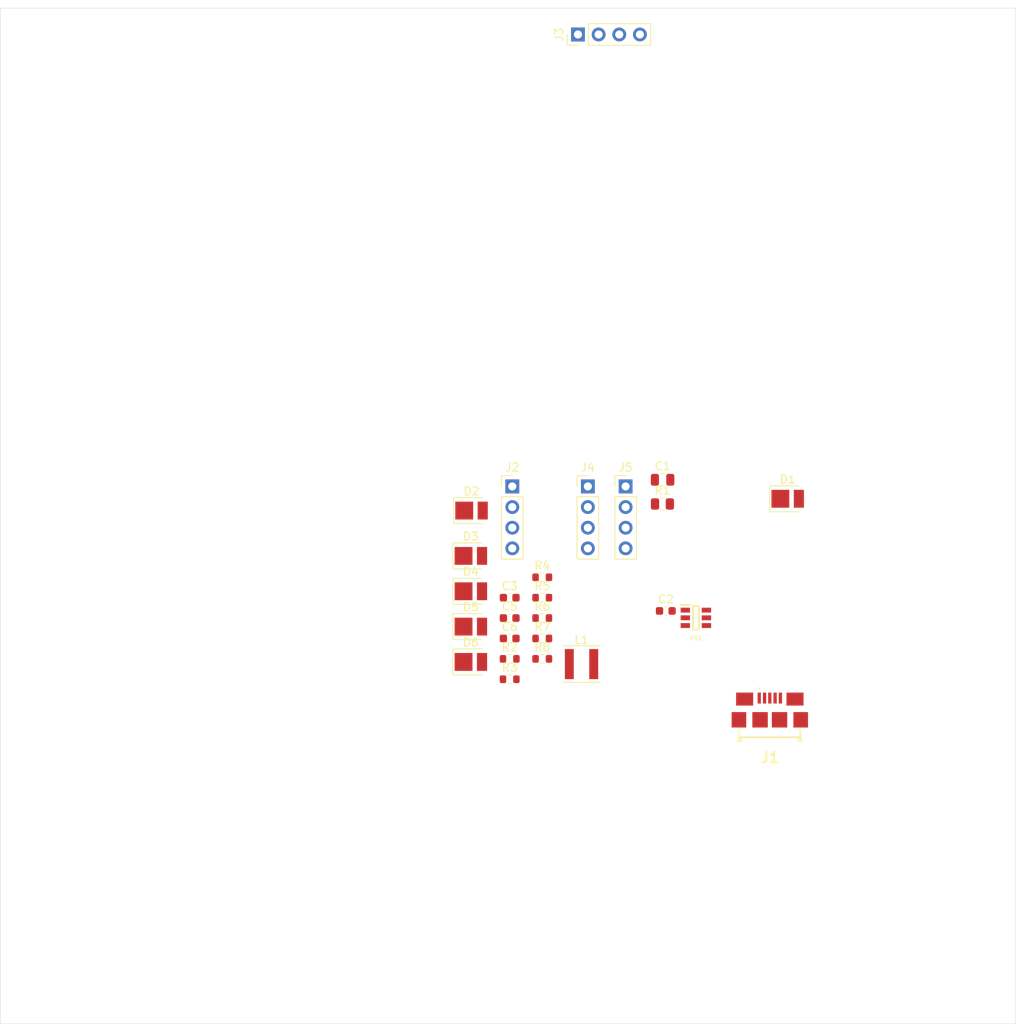
<source format=kicad_pcb>
(kicad_pcb (version 20240108) (generator "pcbnew") (generator_version "8.0")
  (layers (0 "F.Cu" signal) (31 "B.Cu" signal) (34 "B.Paste" user) (35 "F.Paste" user) (36 "B.SilkS" user "B.Silkscreen") (37 "F.SilkS" user "F.Silkscreen") (38 "B.Mask" user) (39 "F.Mask" user) (44 "Edge.Cuts" user))
  (net 0 "")
  (net 1 "+5V")
  (net 2 "GND")
  (net 3 "/+3.5V")
  (net 4 "/FB")
  (net 5 "/SW")
  (net 6 "/BST")
  (net 7 "Net-(D1-K)")
  (net 8 "Net-(D2-K)")
  (net 9 "Net-(D3-K)")
  (net 10 "Net-(D4-K)")
  (net 11 "Net-(D5-K)")
  (net 12 "Net-(D6-K)")
  (footprint "Capacitor_SMD:C_0603_1608Metric" (layer "F.Cu") (at 82.545 94.15)
    (property "Reference" "C5" (at 0 -1.43 0) (layer "F.SilkS"))
    (property "Value" "50pF")
    (fp_line (start -0.14058 -0.51) (end 0.14058 -0.51) (stroke (width 0.12)) (layer "F.SilkS"))
    (fp_line (start -0.14058 0.51) (end 0.14058 0.51) (stroke (width 0.12)) (layer "F.SilkS"))
    (pad "1" smd roundrect (at -0.775 0) (size 0.9 0.95) (layers "F.Cu" "F.Paste" "F.Mask") (net 4 "/FB"))
    (pad "2" smd roundrect (at 0.775 0) (size 0.9 0.95) (layers "F.Cu" "F.Paste" "F.Mask") (net 3 "/+3.5V"))
  )
  (footprint "Connector_PinHeader_2.54mm:PinHeader_1x04_P2.54mm_Vertical" (layer "F.Cu") (at 90.95 22.33 90)
    (property "Reference" "J3" (at 0 -2.33 90) (layer "F.SilkS"))
    (property "Value" "2.54-1*4P")
    (fp_line (start -1.33 -1.33) (end 0 -1.33) (stroke (width 0.12)) (layer "F.SilkS"))
    (fp_line (start -1.33 0) (end -1.33 -1.33) (stroke (width 0.12)) (layer "F.SilkS"))
    (fp_line (start 1.33 1.27) (end 1.33 8.95) (stroke (width 0.12)) (layer "F.SilkS"))
    (fp_line (start -1.33 1.27) (end 1.33 1.27) (stroke (width 0.12)) (layer "F.SilkS"))
    (fp_line (start -1.33 1.27) (end -1.33 8.95) (stroke (width 0.12)) (layer "F.SilkS"))
    (fp_line (start -1.33 8.95) (end 1.33 8.95) (stroke (width 0.12)) (layer "F.SilkS"))
    (pad "1" thru_hole rect (at 0 0 90) (size 1.7 1.7) (drill 1) (layers "*.Cu" "*.Mask") (net 3 "/+3.5V"))
    (pad "2" thru_hole oval (at 0 2.54 90) (size 1.7 1.7) (drill 1) (layers "*.Cu" "*.Mask") (net 3 "/+3.5V"))
    (pad "3" thru_hole oval (at 0 5.08 90) (size 1.7 1.7) (drill 1) (layers "*.Cu" "*.Mask") (net 2 "GND"))
    (pad "4" thru_hole oval (at 0 7.62 90) (size 1.7 1.7) (drill 1) (layers "*.Cu" "*.Mask") (net 2 "GND"))
  )
  (footprint "Capacitor_SMD:C_0805_2012Metric" (layer "F.Cu") (at 101.365 77.13)
    (property "Reference" "C1" (at 0 -1.68 0) (layer "F.SilkS"))
    (property "Value" "10uF")
    (fp_line (start -0.261252 -0.735) (end 0.261252 -0.735) (stroke (width 0.12)) (layer "F.SilkS"))
    (fp_line (start -0.261252 0.735) (end 0.261252 0.735) (stroke (width 0.12)) (layer "F.SilkS"))
    (pad "1" smd roundrect (at -0.95 0) (size 1 1.45) (layers "F.Cu" "F.Paste" "F.Mask") (net 1 "+5V"))
    (pad "2" smd roundrect (at 0.95 0) (size 1 1.45) (layers "F.Cu" "F.Paste" "F.Mask") (net 2 "GND"))
  )
  (footprint "LED_SMD:LED_PLCC_2835" (layer "F.Cu") (at 77.85 80.92)
    (property "Reference" "D2" (at 0 -2.4 0) (layer "F.SilkS"))
    (property "Value" "XL-2835UVA-02")
    (fp_line (start -2.2 -1.6) (end -2.2 1.6) (stroke (width 0.12)) (layer "F.SilkS"))
    (fp_line (start 1.4 -1.6) (end -2.2 -1.6) (stroke (width 0.12)) (layer "F.SilkS"))
    (fp_line (start 1.4 1.6) (end -2.2 1.6) (stroke (width 0.12)) (layer "F.SilkS"))
    (pad "1" smd rect (at -0.9 0) (size 2.2 2.2) (layers "F.Cu" "F.Paste" "F.Mask") (net 8 "Net-(D2-K)"))
    (pad "2" smd rect (at 1.375 0) (size 1.25 2.2) (layers "F.Cu" "F.Paste" "F.Mask") (net 3 "/+3.5V"))
  )
  (footprint "Resistor_SMD:R_0603_1608Metric" (layer "F.Cu") (at 82.545 101.68)
    (property "Reference" "R3" (at 0 -1.43 0) (layer "F.SilkS"))
    (property "Value" "3.3R")
    (fp_line (start -0.237258 -0.5225) (end 0.237258 -0.5225) (stroke (width 0.12)) (layer "F.SilkS"))
    (fp_line (start -0.237258 0.5225) (end 0.237258 0.5225) (stroke (width 0.12)) (layer "F.SilkS"))
    (pad "1" smd roundrect (at -0.825 0) (size 0.8 0.95) (layers "F.Cu" "F.Paste" "F.Mask") (net 7 "Net-(D1-K)"))
    (pad "2" smd roundrect (at 0.825 0) (size 0.8 0.95) (layers "F.Cu" "F.Paste" "F.Mask") (net 2 "GND"))
  )
  (footprint "Resistor_SMD:R_0603_1608Metric" (layer "F.Cu") (at 86.555 91.64)
    (property "Reference" "R5" (at 0 -1.43 0) (layer "F.SilkS"))
    (property "Value" "3.3R")
    (fp_line (start -0.237258 -0.5225) (end 0.237258 -0.5225) (stroke (width 0.12)) (layer "F.SilkS"))
    (fp_line (start -0.237258 0.5225) (end 0.237258 0.5225) (stroke (width 0.12)) (layer "F.SilkS"))
    (pad "1" smd roundrect (at -0.825 0) (size 0.8 0.95) (layers "F.Cu" "F.Paste" "F.Mask") (net 9 "Net-(D3-K)"))
    (pad "2" smd roundrect (at 0.825 0) (size 0.8 0.95) (layers "F.Cu" "F.Paste" "F.Mask") (net 2 "GND"))
  )
  (footprint "Resistor_SMD:R_0603_1608Metric" (layer "F.Cu") (at 86.555 99.17)
    (property "Reference" "R8" (at 0 -1.43 0) (layer "F.SilkS"))
    (property "Value" "3.3R")
    (fp_line (start -0.237258 -0.5225) (end 0.237258 -0.5225) (stroke (width 0.12)) (layer "F.SilkS"))
    (fp_line (start -0.237258 0.5225) (end 0.237258 0.5225) (stroke (width 0.12)) (layer "F.SilkS"))
    (pad "1" smd roundrect (at -0.825 0) (size 0.8 0.95) (layers "F.Cu" "F.Paste" "F.Mask") (net 12 "Net-(D6-K)"))
    (pad "2" smd roundrect (at 0.825 0) (size 0.8 0.95) (layers "F.Cu" "F.Paste" "F.Mask") (net 2 "GND"))
  )
  (footprint "lib:101181920001LF" (layer "F.Cu") (at 114.56 106.33)
    (property "Reference" "J1" (at 0 5 0) (layer "F.SilkS") (effects (font (size 1.27 1.27) (thickness 0.254))))
    (property "Value" "10118192-0001LF" (hide yes))
    (fp_line (start -3.93 3) (end -3.6 3.01) (stroke (width 0.2)) (layer "F.SilkS"))
    (fp_line (start -3.75 1.6) (end -3.75 2.49) (stroke (width 0.2)) (layer "F.SilkS"))
    (fp_line (start -3.75 2.49) (end -3.93 3) (stroke (width 0.2)) (layer "F.SilkS"))
    (fp_line (start -3.75 2.49) (end 3.75 2.49) (stroke (width 0.2)) (layer "F.SilkS"))
    (fp_line (start -3.6 3.01) (end -3.4 2.49) (stroke (width 0.2)) (layer "F.SilkS"))
    (fp_line (start -1.3 -3.6) (end -1.3 -3.6) (stroke (width 0.1)) (layer "F.SilkS"))
    (fp_line (start -1.3 -3.5) (end -1.3 -3.5) (stroke (width 0.1)) (layer "F.SilkS"))
    (fp_line (start 3.6 3.01) (end 3.4 2.49) (stroke (width 0.2)) (layer "F.SilkS"))
    (fp_line (start 3.75 2.49) (end 3.75 1.6) (stroke (width 0.2)) (layer "F.SilkS"))
    (fp_line (start 3.75 2.49) (end 3.93 3.01) (stroke (width 0.2)) (layer "F.SilkS"))
    (fp_line (start 3.93 3.01) (end 3.6 3.01) (stroke (width 0.2)) (layer "F.SilkS"))
    (fp_arc (start -1.3 -3.6) (mid -1.25 -3.55) (end -1.3 -3.5) (stroke (width 0.1)) (layer "F.SilkS"))
    (fp_arc (start -1.3 -3.5) (mid -1.35 -3.55) (end -1.3 -3.6) (stroke (width 0.1)) (layer "F.SilkS"))
    (pad "1" smd rect (at -1.3 -2.335) (size 0.4 1.35) (layers "F.Cu" "F.Paste" "F.Mask") (net 2 "GND"))
    (pad "2" smd rect (at -0.65 -2.335) (size 0.4 1.35) (layers "F.Cu" "F.Paste" "F.Mask"))
    (pad "3" smd rect (at 0 -2.335) (size 0.4 1.35) (layers "F.Cu" "F.Paste" "F.Mask"))
    (pad "4" smd rect (at 0.65 -2.335) (size 0.4 1.35) (layers "F.Cu" "F.Paste" "F.Mask"))
    (pad "5" smd rect (at 1.3 -2.335) (size 0.4 1.35) (layers "F.Cu" "F.Paste" "F.Mask") (net 1 "+5V"))
    (pad "MP1" smd rect (at -3.1 -2.21 90) (size 1.6 2.1) (layers "F.Cu" "F.Paste" "F.Mask") (net 2 "GND"))
    (pad "MP2" smd rect (at 3.1 -2.21 90) (size 1.6 2.1) (layers "F.Cu" "F.Paste" "F.Mask"))
    (pad "MP3" smd rect (at -3.8 0.34) (size 1.8 1.9) (layers "F.Cu" "F.Paste" "F.Mask"))
    (pad "MP4" smd rect (at -1.2 0.34) (size 1.9 1.9) (layers "F.Cu" "F.Paste" "F.Mask"))
    (pad "MP5" smd rect (at 1.2 0.34) (size 1.9 1.9) (layers "F.Cu" "F.Paste" "F.Mask"))
    (pad "MP6" smd rect (at 3.8 0.34) (size 1.8 1.9) (layers "F.Cu" "F.Paste" "F.Mask"))
  )
  (footprint "LED_SMD:LED_PLCC_2835" (layer "F.Cu") (at 77.765 99.55)
    (property "Reference" "D6" (at 0 -2.4 0) (layer "F.SilkS"))
    (property "Value" "XL-2835UVA-02")
    (fp_line (start -2.2 -1.6) (end -2.2 1.6) (stroke (width 0.12)) (layer "F.SilkS"))
    (fp_line (start 1.4 -1.6) (end -2.2 -1.6) (stroke (width 0.12)) (layer "F.SilkS"))
    (fp_line (start 1.4 1.6) (end -2.2 1.6) (stroke (width 0.12)) (layer "F.SilkS"))
    (pad "1" smd rect (at -0.9 0) (size 2.2 2.2) (layers "F.Cu" "F.Paste" "F.Mask") (net 12 "Net-(D6-K)"))
    (pad "2" smd rect (at 1.375 0) (size 1.25 2.2) (layers "F.Cu" "F.Paste" "F.Mask") (net 3 "/+3.5V"))
  )
  (footprint "Resistor_SMD:R_0603_1608Metric" (layer "F.Cu") (at 86.555 94.15)
    (property "Reference" "R6" (at 0 -1.43 0) (layer "F.SilkS"))
    (property "Value" "3.3R")
    (fp_line (start -0.237258 -0.5225) (end 0.237258 -0.5225) (stroke (width 0.12)) (layer "F.SilkS"))
    (fp_line (start -0.237258 0.5225) (end 0.237258 0.5225) (stroke (width 0.12)) (layer "F.SilkS"))
    (pad "1" smd roundrect (at -0.825 0) (size 0.8 0.95) (layers "F.Cu" "F.Paste" "F.Mask") (net 10 "Net-(D4-K)"))
    (pad "2" smd roundrect (at 0.825 0) (size 0.8 0.95) (layers "F.Cu" "F.Paste" "F.Mask") (net 2 "GND"))
  )
  (footprint "LED_SMD:LED_PLCC_2835" (layer "F.Cu") (at 77.765 86.5)
    (property "Reference" "D3" (at 0 -2.4 0) (layer "F.SilkS"))
    (property "Value" "XL-2835UVA-02")
    (fp_line (start -2.2 -1.6) (end -2.2 1.6) (stroke (width 0.12)) (layer "F.SilkS"))
    (fp_line (start 1.4 -1.6) (end -2.2 -1.6) (stroke (width 0.12)) (layer "F.SilkS"))
    (fp_line (start 1.4 1.6) (end -2.2 1.6) (stroke (width 0.12)) (layer "F.SilkS"))
    (pad "1" smd rect (at -0.9 0) (size 2.2 2.2) (layers "F.Cu" "F.Paste" "F.Mask") (net 9 "Net-(D3-K)"))
    (pad "2" smd rect (at 1.375 0) (size 1.25 2.2) (layers "F.Cu" "F.Paste" "F.Mask") (net 3 "/+3.5V"))
  )
  (footprint "Capacitor_SMD:C_0603_1608Metric" (layer "F.Cu") (at 101.76 93.27)
    (property "Reference" "C2" (at 0 -1.43 0) (layer "F.SilkS"))
    (property "Value" "22uF")
    (fp_line (start -0.14058 -0.51) (end 0.14058 -0.51) (stroke (width 0.12)) (layer "F.SilkS"))
    (fp_line (start -0.14058 0.51) (end 0.14058 0.51) (stroke (width 0.12)) (layer "F.SilkS"))
    (pad "1" smd roundrect (at -0.775 0) (size 0.9 0.95) (layers "F.Cu" "F.Paste" "F.Mask") (net 2 "GND"))
    (pad "2" smd roundrect (at 0.775 0) (size 0.9 0.95) (layers "F.Cu" "F.Paste" "F.Mask") (net 3 "/+3.5V"))
  )
  (footprint "Resistor_SMD:R_0603_1608Metric" (layer "F.Cu") (at 86.555 89.13)
    (property "Reference" "R4" (at 0 -1.43 0) (layer "F.SilkS"))
    (property "Value" "3.3R")
    (fp_line (start -0.237258 -0.5225) (end 0.237258 -0.5225) (stroke (width 0.12)) (layer "F.SilkS"))
    (fp_line (start -0.237258 0.5225) (end 0.237258 0.5225) (stroke (width 0.12)) (layer "F.SilkS"))
    (pad "1" smd roundrect (at -0.825 0) (size 0.8 0.95) (layers "F.Cu" "F.Paste" "F.Mask") (net 8 "Net-(D2-K)"))
    (pad "2" smd roundrect (at 0.825 0) (size 0.8 0.95) (layers "F.Cu" "F.Paste" "F.Mask") (net 2 "GND"))
  )
  (footprint "Capacitor_SMD:C_0603_1608Metric" (layer "F.Cu") (at 82.545 96.66)
    (property "Reference" "C6" (at 0 -1.43 0) (layer "F.SilkS"))
    (property "Value" "330nF")
    (fp_line (start -0.14058 -0.51) (end 0.14058 -0.51) (stroke (width 0.12)) (layer "F.SilkS"))
    (fp_line (start -0.14058 0.51) (end 0.14058 0.51) (stroke (width 0.12)) (layer "F.SilkS"))
    (pad "1" smd roundrect (at -0.775 0) (size 0.9 0.95) (layers "F.Cu" "F.Paste" "F.Mask") (net 5 "/SW"))
    (pad "2" smd roundrect (at 0.775 0) (size 0.9 0.95) (layers "F.Cu" "F.Paste" "F.Mask") (net 6 "/BST"))
  )
  (footprint "Resistor_SMD:R_0603_1608Metric" (layer "F.Cu") (at 86.555 96.66)
    (property "Reference" "R7" (at 0 -1.43 0) (layer "F.SilkS"))
    (property "Value" "3.3R")
    (fp_line (start -0.237258 -0.5225) (end 0.237258 -0.5225) (stroke (width 0.12)) (layer "F.SilkS"))
    (fp_line (start -0.237258 0.5225) (end 0.237258 0.5225) (stroke (width 0.12)) (layer "F.SilkS"))
    (pad "1" smd roundrect (at -0.825 0) (size 0.8 0.95) (layers "F.Cu" "F.Paste" "F.Mask") (net 11 "Net-(D5-K)"))
    (pad "2" smd roundrect (at 0.825 0) (size 0.8 0.95) (layers "F.Cu" "F.Paste" "F.Mask") (net 2 "GND"))
  )
  (footprint "LED_SMD:LED_PLCC_2835" (layer "F.Cu") (at 77.765 95.2)
    (property "Reference" "D5" (at 0 -2.4 0) (layer "F.SilkS"))
    (property "Value" "XL-2835UVA-02")
    (fp_line (start -2.2 -1.6) (end -2.2 1.6) (stroke (width 0.12)) (layer "F.SilkS"))
    (fp_line (start 1.4 -1.6) (end -2.2 -1.6) (stroke (width 0.12)) (layer "F.SilkS"))
    (fp_line (start 1.4 1.6) (end -2.2 1.6) (stroke (width 0.12)) (layer "F.SilkS"))
    (pad "1" smd rect (at -0.9 0) (size 2.2 2.2) (layers "F.Cu" "F.Paste" "F.Mask") (net 11 "Net-(D5-K)"))
    (pad "2" smd rect (at 1.375 0) (size 1.25 2.2) (layers "F.Cu" "F.Paste" "F.Mask") (net 3 "/+3.5V"))
  )
  (footprint "Connector_PinHeader_2.54mm:PinHeader_1x04_P2.54mm_Vertical" (layer "F.Cu") (at 92.165 77.95)
    (property "Reference" "J4" (at 0 -2.33 0) (layer "F.SilkS"))
    (property "Value" "2.54-1*4P")
    (fp_line (start -1.33 -1.33) (end 0 -1.33) (stroke (width 0.12)) (layer "F.SilkS"))
    (fp_line (start -1.33 0) (end -1.33 -1.33) (stroke (width 0.12)) (layer "F.SilkS"))
    (fp_line (start -1.33 1.27) (end -1.33 8.95) (stroke (width 0.12)) (layer "F.SilkS"))
    (fp_line (start -1.33 1.27) (end 1.33 1.27) (stroke (width 0.12)) (layer "F.SilkS"))
    (fp_line (start -1.33 8.95) (end 1.33 8.95) (stroke (width 0.12)) (layer "F.SilkS"))
    (fp_line (start 1.33 1.27) (end 1.33 8.95) (stroke (width 0.12)) (layer "F.SilkS"))
    (pad "1" thru_hole rect (at 0 0) (size 1.7 1.7) (drill 1) (layers "*.Cu" "*.Mask") (net 3 "/+3.5V"))
    (pad "2" thru_hole oval (at 0 2.54) (size 1.7 1.7) (drill 1) (layers "*.Cu" "*.Mask") (net 3 "/+3.5V"))
    (pad "3" thru_hole oval (at 0 5.08) (size 1.7 1.7) (drill 1) (layers "*.Cu" "*.Mask") (net 2 "GND"))
    (pad "4" thru_hole oval (at 0 7.62) (size 1.7 1.7) (drill 1) (layers "*.Cu" "*.Mask") (net 2 "GND"))
  )
  (footprint "Inductor_SMD:L_Sunlord_SWPA4030S" (layer "F.Cu") (at 91.385 99.815)
    (property "Reference" "L1" (at 0 -3 0) (layer "F.SilkS"))
    (property "Value" "3.3uH")
    (fp_line (start -2.26 -2.26) (end -2.26 -2.11) (stroke (width 0.12)) (layer "F.SilkS"))
    (fp_line (start -2.26 -2.26) (end 2.26 -2.26) (stroke (width 0.12)) (layer "F.SilkS"))
    (fp_line (start -2.26 2.26) (end -2.26 2.11) (stroke (width 0.12)) (layer "F.SilkS"))
    (fp_line (start -2.26 2.26) (end 2.26 2.26) (stroke (width 0.12)) (layer "F.SilkS"))
    (fp_line (start 2.26 -2.26) (end 2.26 -2.11) (stroke (width 0.12)) (layer "F.SilkS"))
    (fp_line (start 2.26 2.26) (end 2.26 2.11) (stroke (width 0.12)) (layer "F.SilkS"))
    (pad "1" smd rect (at -1.5 0) (size 1.1 3.7) (layers "F.Cu" "F.Paste" "F.Mask") (net 5 "/SW"))
    (pad "2" smd rect (at 1.5 0) (size 1.1 3.7) (layers "F.Cu" "F.Paste" "F.Mask") (net 3 "/+3.5V"))
  )
  (footprint "Resistor_SMD:R_0805_2012Metric" (layer "F.Cu") (at 101.345 80.11)
    (property "Reference" "R1" (at 0 -1.65 0) (layer "F.SilkS"))
    (property "Value" "33.6k")
    (fp_line (start -0.227064 -0.735) (end 0.227064 -0.735) (stroke (width 0.12)) (layer "F.SilkS"))
    (fp_line (start -0.227064 0.735) (end 0.227064 0.735) (stroke (width 0.12)) (layer "F.SilkS"))
    (pad "1" smd roundrect (at -0.9125 0) (size 1.025 1.4) (layers "F.Cu" "F.Paste" "F.Mask") (roundrect_rratio 0.243902) (net 3 "/+3.5V"))
    (pad "2" smd roundrect (at 0.9125 0) (size 1.025 1.4) (layers "F.Cu" "F.Paste" "F.Mask") (roundrect_rratio 0.243902) (net 4 "/FB"))
  )
  (footprint "Capacitor_SMD:C_0603_1608Metric" (layer "F.Cu") (at 82.545 91.64)
    (property "Reference" "C3" (at 0 -1.43 0) (layer "F.SilkS"))
    (property "Value" "22uF")
    (fp_line (start -0.14058 -0.51) (end 0.14058 -0.51) (stroke (width 0.12)) (layer "F.SilkS"))
    (fp_line (start -0.14058 0.51) (end 0.14058 0.51) (stroke (width 0.12)) (layer "F.SilkS"))
    (pad "1" smd roundrect (at -0.775 0) (size 0.9 0.95) (layers "F.Cu" "F.Paste" "F.Mask") (net 2 "GND"))
    (pad "2" smd roundrect (at 0.775 0) (size 0.9 0.95) (layers "F.Cu" "F.Paste" "F.Mask") (net 3 "/+3.5V"))
  )
  (footprint "Resistor_SMD:R_0603_1608Metric" (layer "F.Cu") (at 82.545 99.17)
    (property "Reference" "R2" (at 0 -1.43 0) (layer "F.SilkS"))
    (property "Value" "10k")
    (fp_line (start -0.237258 -0.5225) (end 0.237258 -0.5225) (stroke (width 0.12)) (layer "F.SilkS"))
    (fp_line (start -0.237258 0.5225) (end 0.237258 0.5225) (stroke (width 0.12)) (layer "F.SilkS"))
    (pad "1" smd roundrect (at -0.825 0) (size 0.8 0.95) (layers "F.Cu" "F.Paste" "F.Mask") (net 4 "/FB"))
    (pad "2" smd roundrect (at 0.825 0) (size 0.8 0.95) (layers "F.Cu" "F.Paste" "F.Mask") (net 2 "GND"))
  )
  (footprint "lib:SOT95P280X100-6N" (layer "F.Cu") (at 105.46 94.12)
    (property "Reference" "PS1" (at 0 2.5 0) (layer "F.SilkS") (effects (font (size 0.5 0.5) (thickness 0.075))))
    (property "Value" "AP62201WU-7" (hide yes))
    (fp_line (start -1.875 -1.6) (end -0.725 -1.6) (stroke (width 0.2)) (layer "F.SilkS"))
    (fp_line (start -0.375 -1.45) (end 0.375 -1.45) (stroke (width 0.2)) (layer "F.SilkS"))
    (fp_line (start -0.375 1.45) (end -0.375 -1.45) (stroke (width 0.2)) (layer "F.SilkS"))
    (fp_line (start 0.375 -1.45) (end 0.375 1.45) (stroke (width 0.2)) (layer "F.SilkS"))
    (fp_line (start 0.375 1.45) (end -0.375 1.45) (stroke (width 0.2)) (layer "F.SilkS"))
    (pad "1" smd rect (at -1.3 -0.95 90) (size 0.6 1.15) (layers "F.Cu" "F.Paste" "F.Mask") (net 2 "GND"))
    (pad "2" smd rect (at -1.3 0 90) (size 0.6 1.15) (layers "F.Cu" "F.Paste" "F.Mask") (net 5 "/SW"))
    (pad "3" smd rect (at -1.3 0.95 90) (size 0.6 1.15) (layers "F.Cu" "F.Paste" "F.Mask") (net 1 "+5V"))
    (pad "4" smd rect (at 1.3 0.95 90) (size 0.6 1.15) (layers "F.Cu" "F.Paste" "F.Mask") (net 4 "/FB"))
    (pad "5" smd rect (at 1.3 0 90) (size 0.6 1.15) (layers "F.Cu" "F.Paste" "F.Mask") (net 1 "+5V"))
    (pad "6" smd rect (at 1.3 -0.95 90) (size 0.6 1.15) (layers "F.Cu" "F.Paste" "F.Mask") (net 6 "/BST"))
  )
  (footprint "LED_SMD:LED_PLCC_2835" (layer "F.Cu") (at 116.76 79.47)
    (property "Reference" "D1" (at 0 -2.4 0) (layer "F.SilkS"))
    (property "Value" "XL-2835UVA-02")
    (fp_line (start -2.2 -1.6) (end -2.2 1.6) (stroke (width 0.12)) (layer "F.SilkS"))
    (fp_line (start 1.4 -1.6) (end -2.2 -1.6) (stroke (width 0.12)) (layer "F.SilkS"))
    (fp_line (start 1.4 1.6) (end -2.2 1.6) (stroke (width 0.12)) (layer "F.SilkS"))
    (pad "1" smd rect (at -0.9 0) (size 2.2 2.2) (layers "F.Cu" "F.Paste" "F.Mask") (net 7 "Net-(D1-K)"))
    (pad "2" smd rect (at 1.375 0) (size 1.25 2.2) (layers "F.Cu" "F.Paste" "F.Mask") (net 3 "/+3.5V"))
  )
  (footprint "Connector_PinHeader_2.54mm:PinHeader_1x04_P2.54mm_Vertical" (layer "F.Cu") (at 82.865 77.95)
    (property "Reference" "J2" (at 0 -2.33 0) (layer "F.SilkS"))
    (property "Value" "2.54-1*4P")
    (fp_line (start -1.33 -1.33) (end 0 -1.33) (stroke (width 0.12)) (layer "F.SilkS"))
    (fp_line (start -1.33 0) (end -1.33 -1.33) (stroke (width 0.12)) (layer "F.SilkS"))
    (fp_line (start -1.33 1.27) (end -1.33 8.95) (stroke (width 0.12)) (layer "F.SilkS"))
    (fp_line (start -1.33 1.27) (end 1.33 1.27) (stroke (width 0.12)) (layer "F.SilkS"))
    (fp_line (start -1.33 8.95) (end 1.33 8.95) (stroke (width 0.12)) (layer "F.SilkS"))
    (fp_line (start 1.33 1.27) (end 1.33 8.95) (stroke (width 0.12)) (layer "F.SilkS"))
    (pad "1" thru_hole rect (at 0 0) (size 1.7 1.7) (drill 1) (layers "*.Cu" "*.Mask") (net 3 "/+3.5V"))
    (pad "2" thru_hole oval (at 0 2.54) (size 1.7 1.7) (drill 1) (layers "*.Cu" "*.Mask") (net 3 "/+3.5V"))
    (pad "3" thru_hole oval (at 0 5.08) (size 1.7 1.7) (drill 1) (layers "*.Cu" "*.Mask") (net 2 "GND"))
    (pad "4" thru_hole oval (at 0 7.62) (size 1.7 1.7) (drill 1) (layers "*.Cu" "*.Mask") (net 2 "GND"))
  )
  (footprint "LED_SMD:LED_PLCC_2835" (layer "F.Cu") (at 77.765 90.85)
    (property "Reference" "D4" (at 0 -2.4 0) (layer "F.SilkS"))
    (property "Value" "XL-2835UVA-02")
    (fp_line (start -2.2 -1.6) (end -2.2 1.6) (stroke (width 0.12)) (layer "F.SilkS"))
    (fp_line (start 1.4 -1.6) (end -2.2 -1.6) (stroke (width 0.12)) (layer "F.SilkS"))
    (fp_line (start 1.4 1.6) (end -2.2 1.6) (stroke (width 0.12)) (layer "F.SilkS"))
    (pad "1" smd rect (at -0.9 0) (size 2.2 2.2) (layers "F.Cu" "F.Paste" "F.Mask") (net 10 "Net-(D4-K)"))
    (pad "2" smd rect (at 1.375 0) (size 1.25 2.2) (layers "F.Cu" "F.Paste" "F.Mask") (net 3 "/+3.5V"))
  )
  (footprint "Connector_PinHeader_2.54mm:PinHeader_1x04_P2.54mm_Vertical" (layer "F.Cu") (at 96.815 77.95)
    (property "Reference" "J5" (at 0 -2.33 0) (layer "F.SilkS"))
    (property "Value" "2.54-1*4P")
    (fp_line (start -1.33 -1.33) (end 0 -1.33) (stroke (width 0.12)) (layer "F.SilkS"))
    (fp_line (start -1.33 0) (end -1.33 -1.33) (stroke (width 0.12)) (layer "F.SilkS"))
    (fp_line (start -1.33 1.27) (end -1.33 8.95) (stroke (width 0.12)) (layer "F.SilkS"))
    (fp_line (start -1.33 1.27) (end 1.33 1.27) (stroke (width 0.12)) (layer "F.SilkS"))
    (fp_line (start -1.33 8.95) (end 1.33 8.95) (stroke (width 0.12)) (layer "F.SilkS"))
    (fp_line (start 1.33 1.27) (end 1.33 8.95) (stroke (width 0.12)) (layer "F.SilkS"))
    (pad "1" thru_hole rect (at 0 0) (size 1.7 1.7) (drill 1) (layers "*.Cu" "*.Mask") (net 3 "/+3.5V"))
    (pad "2" thru_hole oval (at 0 2.54) (size 1.7 1.7) (drill 1) (layers "*.Cu" "*.Mask") (net 3 "/+3.5V"))
    (pad "3" thru_hole oval (at 0 5.08) (size 1.7 1.7) (drill 1) (layers "*.Cu" "*.Mask") (net 2 "GND"))
    (pad "4" thru_hole oval (at 0 7.62) (size 1.7 1.7) (drill 1) (layers "*.Cu" "*.Mask") (net 2 "GND"))
  )
  (gr_rect (start 19.84 19.08) (end 144.84 144.08) (stroke (width 0.05)) (fill none) (layer "Edge.Cuts"))
)
</source>
